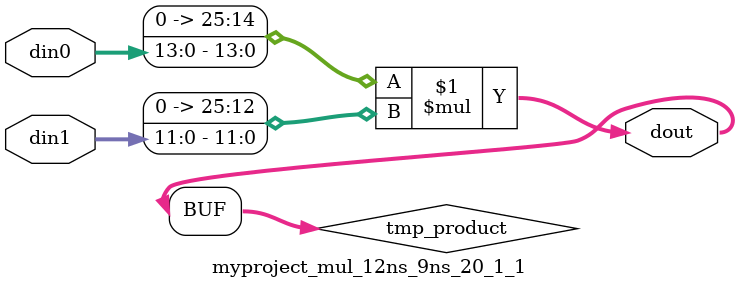
<source format=v>

`timescale 1 ns / 1 ps

 module myproject_mul_12ns_9ns_20_1_1(din0, din1, dout);
parameter ID = 1;
parameter NUM_STAGE = 0;
parameter din0_WIDTH = 14;
parameter din1_WIDTH = 12;
parameter dout_WIDTH = 26;

input [din0_WIDTH - 1 : 0] din0; 
input [din1_WIDTH - 1 : 0] din1; 
output [dout_WIDTH - 1 : 0] dout;

wire signed [dout_WIDTH - 1 : 0] tmp_product;
























assign tmp_product = $signed({1'b0, din0}) * $signed({1'b0, din1});











assign dout = tmp_product;





















endmodule

</source>
